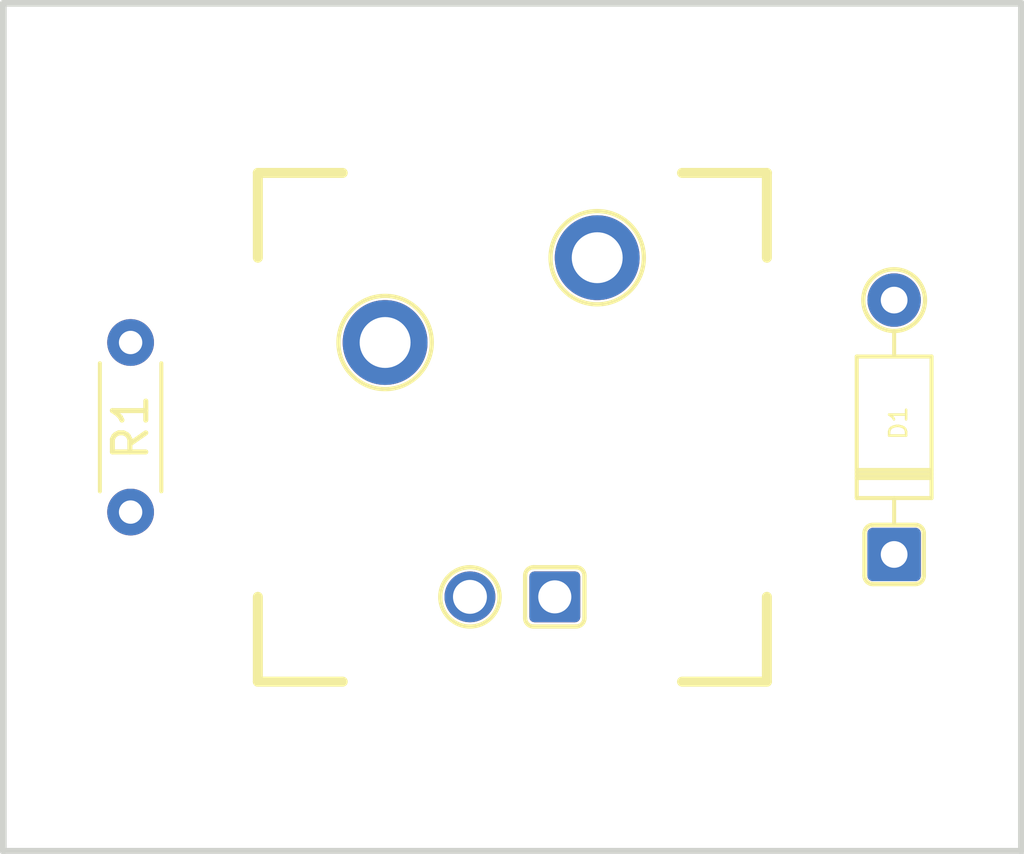
<source format=kicad_pcb>
(kicad_pcb (version 20171130) (host pcbnew 5.0.1)

  (general
    (thickness 1.6)
    (drawings 4)
    (tracks 0)
    (zones 0)
    (modules 4)
    (nets 5)
  )

  (page A4)
  (layers
    (0 F.Cu signal)
    (31 B.Cu signal)
    (32 B.Adhes user)
    (33 F.Adhes user)
    (34 B.Paste user)
    (35 F.Paste user)
    (36 B.SilkS user)
    (37 F.SilkS user)
    (38 B.Mask user)
    (39 F.Mask user)
    (40 Dwgs.User user)
    (41 Cmts.User user)
    (42 Eco1.User user)
    (43 Eco2.User user)
    (44 Edge.Cuts user)
    (45 Margin user)
    (46 B.CrtYd user)
    (47 F.CrtYd user)
    (48 B.Fab user)
    (49 F.Fab user)
  )

  (setup
    (last_trace_width 0.25)
    (trace_clearance 0.2)
    (zone_clearance 0.508)
    (zone_45_only no)
    (trace_min 0.2)
    (segment_width 0.2)
    (edge_width 0.2)
    (via_size 0.8)
    (via_drill 0.4)
    (via_min_size 0.4)
    (via_min_drill 0.3)
    (uvia_size 0.3)
    (uvia_drill 0.1)
    (uvias_allowed no)
    (uvia_min_size 0.2)
    (uvia_min_drill 0.1)
    (pcb_text_width 0.3)
    (pcb_text_size 1.5 1.5)
    (mod_edge_width 0.15)
    (mod_text_size 1 1)
    (mod_text_width 0.15)
    (pad_size 1.524 1.524)
    (pad_drill 0.762)
    (pad_to_mask_clearance 0.051)
    (solder_mask_min_width 0.25)
    (aux_axis_origin 0 0)
    (visible_elements FFFFFF7F)
    (pcbplotparams
      (layerselection 0x010fc_ffffffff)
      (usegerberextensions false)
      (usegerberattributes false)
      (usegerberadvancedattributes false)
      (creategerberjobfile false)
      (excludeedgelayer true)
      (linewidth 0.100000)
      (plotframeref false)
      (viasonmask false)
      (mode 1)
      (useauxorigin false)
      (hpglpennumber 1)
      (hpglpenspeed 20)
      (hpglpendiameter 15.000000)
      (psnegative false)
      (psa4output false)
      (plotreference true)
      (plotvalue true)
      (plotinvisibletext false)
      (padsonsilk false)
      (subtractmaskfromsilk false)
      (outputformat 1)
      (mirror false)
      (drillshape 1)
      (scaleselection 1)
      (outputdirectory ""))
  )

  (net 0 "")
  (net 1 "Net-(D1-Pad1)")
  (net 2 "Net-(D1-Pad2)")
  (net 3 "Net-(LED1-PadA)")
  (net 4 "Net-(LED1-PadK)")

  (net_class Default "This is the default net class."
    (clearance 0.2)
    (trace_width 0.25)
    (via_dia 0.8)
    (via_drill 0.4)
    (uvia_dia 0.3)
    (uvia_drill 0.1)
    (add_net "Net-(D1-Pad1)")
    (add_net "Net-(D1-Pad2)")
    (add_net "Net-(LED1-PadA)")
    (add_net "Net-(LED1-PadK)")
  )

  (module Resistor_THT:R_Axial_DIN0204_L3.6mm_D1.6mm_P5.08mm_Horizontal (layer F.Cu) (tedit 5AE5139B) (tstamp 5C14E28E)
    (at 140.97 86.36 270)
    (descr "Resistor, Axial_DIN0204 series, Axial, Horizontal, pin pitch=5.08mm, 0.167W, length*diameter=3.6*1.6mm^2, http://cdn-reichelt.de/documents/datenblatt/B400/1_4W%23YAG.pdf")
    (tags "Resistor Axial_DIN0204 series Axial Horizontal pin pitch 5.08mm 0.167W length 3.6mm diameter 1.6mm")
    (path /5BFDB5F4)
    (fp_text reference R1 (at 2.54 0 270) (layer F.SilkS)
      (effects (font (size 1 1) (thickness 0.15)))
    )
    (fp_text value 300R (at 2.54 1.92 270) (layer F.Fab)
      (effects (font (size 1 1) (thickness 0.15)))
    )
    (fp_line (start 0.74 -0.8) (end 0.74 0.8) (layer F.Fab) (width 0.1))
    (fp_line (start 0.74 0.8) (end 4.34 0.8) (layer F.Fab) (width 0.1))
    (fp_line (start 4.34 0.8) (end 4.34 -0.8) (layer F.Fab) (width 0.1))
    (fp_line (start 4.34 -0.8) (end 0.74 -0.8) (layer F.Fab) (width 0.1))
    (fp_line (start 0 0) (end 0.74 0) (layer F.Fab) (width 0.1))
    (fp_line (start 5.08 0) (end 4.34 0) (layer F.Fab) (width 0.1))
    (fp_line (start 0.62 -0.92) (end 4.46 -0.92) (layer F.SilkS) (width 0.12))
    (fp_line (start 0.62 0.92) (end 4.46 0.92) (layer F.SilkS) (width 0.12))
    (fp_line (start -0.95 -1.05) (end -0.95 1.05) (layer F.CrtYd) (width 0.05))
    (fp_line (start -0.95 1.05) (end 6.03 1.05) (layer F.CrtYd) (width 0.05))
    (fp_line (start 6.03 1.05) (end 6.03 -1.05) (layer F.CrtYd) (width 0.05))
    (fp_line (start 6.03 -1.05) (end -0.95 -1.05) (layer F.CrtYd) (width 0.05))
    (fp_text user %R (at 2.54 0 270) (layer F.Fab)
      (effects (font (size 0.72 0.72) (thickness 0.108)))
    )
    (pad 1 thru_hole circle (at 0 0 270) (size 1.4 1.4) (drill 0.7) (layers *.Cu *.Mask)
      (net 1 "Net-(D1-Pad1)"))
    (pad 2 thru_hole oval (at 5.08 0 270) (size 1.4 1.4) (drill 0.7) (layers *.Cu *.Mask)
      (net 3 "Net-(LED1-PadA)"))
    (model ${KISYS3DMOD}/Resistor_THT.3dshapes/R_Axial_DIN0204_L3.6mm_D1.6mm_P5.08mm_Horizontal.wrl
      (at (xyz 0 0 0))
      (scale (xyz 1 1 1))
      (rotate (xyz 0 0 0))
    )
  )

  (module Keyboard_switches:MX100 (layer F.Cu) (tedit 5BFDBDE1) (tstamp 5C53F318)
    (at 152.4 88.9)
    (path /5BFDCA5D)
    (fp_text reference SW1 (at 0 -3.81) (layer Cmts.User)
      (effects (font (size 1 1) (thickness 0.15) italic))
    )
    (fp_text value MXSwitch (at 0 6.985) (layer F.Fab)
      (effects (font (size 1 1) (thickness 0.15)))
    )
    (fp_line (start 8.255 -8.255) (end 8.255 8.255) (layer Dwgs.User) (width 0.3))
    (fp_line (start 8.255 8.255) (end -8.255 8.255) (layer Dwgs.User) (width 0.3))
    (fp_line (start -8.255 8.255) (end -8.255 -8.255) (layer Dwgs.User) (width 0.3))
    (fp_line (start -8.255 -8.255) (end 8.255 -8.255) (layer Dwgs.User) (width 0.3))
    (fp_line (start -7.62 -7.62) (end -5.08 -7.62) (layer F.SilkS) (width 0.3))
    (fp_line (start -7.62 -7.62) (end -7.62 -5.08) (layer F.SilkS) (width 0.3))
    (fp_line (start 7.62 -7.62) (end 5.08 -7.62) (layer F.SilkS) (width 0.3))
    (fp_line (start 7.62 -7.62) (end 7.62 -5.08) (layer F.SilkS) (width 0.3))
    (fp_line (start 7.62 7.62) (end 7.62 5.08) (layer F.SilkS) (width 0.3))
    (fp_line (start 7.62 7.62) (end 5.08 7.62) (layer F.SilkS) (width 0.3))
    (fp_line (start -7.62 7.62) (end -7.62 5.08) (layer F.SilkS) (width 0.3))
    (fp_line (start -7.62 7.62) (end -5.08 7.62) (layer F.SilkS) (width 0.3))
    (fp_line (start -0.254 4.826) (end -0.254 5.334) (layer Cmts.User) (width 0.0508))
    (fp_line (start -0.254 5.334) (end 0.254 5.08) (layer Cmts.User) (width 0.0508))
    (fp_line (start 0.254 5.08) (end -0.254 4.826) (layer Cmts.User) (width 0.0508))
    (fp_line (start 0.254 4.826) (end 0.254 5.334) (layer Cmts.User) (width 0.0508))
    (fp_circle (center -1.27 5.08) (end -0.35419 5.08) (layer F.CrtYd) (width 0.0254))
    (fp_line (start 0.508 4.318) (end 2.032 4.318) (layer F.CrtYd) (width 0.0254))
    (fp_line (start 2.032 4.318) (end 2.032 5.842) (layer F.CrtYd) (width 0.0254))
    (fp_line (start 2.032 5.842) (end 0.508 5.842) (layer F.CrtYd) (width 0.0254))
    (fp_line (start 0.508 5.842) (end 0.508 4.318) (layer F.CrtYd) (width 0.0254))
    (fp_circle (center -3.81 -2.54) (end -2.413 -2.54) (layer F.SilkS) (width 0.127))
    (fp_circle (center 2.54 -5.08) (end 3.937 -5.08) (layer F.SilkS) (width 0.127))
    (pad "" np_thru_hole circle (at 0 0) (size 3.9878 3.9878) (drill 3.9878) (layers *.Cu *.Mask))
    (pad 1 thru_hole circle (at -3.81 -2.54) (size 2.54 2.54) (drill 1.524) (layers *.Cu *.Mask)
      (net 4 "Net-(LED1-PadK)"))
    (pad 2 thru_hole circle (at 2.54 -5.08) (size 2.54 2.54) (drill 1.524) (layers *.Cu *.Mask)
      (net 2 "Net-(D1-Pad2)"))
    (pad "" np_thru_hole circle (at 5.08 0) (size 1.7018 1.7018) (drill 1.7018) (layers *.Cu *.Mask))
    (pad "" np_thru_hole circle (at -5.08 0) (size 1.7018 1.7018) (drill 1.7018) (layers *.Cu *.Mask))
  )

  (module Keyboard_switches:thtLED (layer F.Cu) (tedit 5BFDBABE) (tstamp 5C53F349)
    (at 152.4 93.98)
    (path /5BFDB75A)
    (fp_text reference LED1 (at 0 -1.27) (layer Cmts.User)
      (effects (font (size 1 1) (thickness 0.15) italic))
    )
    (fp_text value Red (at 0 1.905) (layer F.Fab)
      (effects (font (size 1 1) (thickness 0.15)))
    )
    (fp_line (start -0.254 -0.254) (end -0.254 0.254) (layer Cmts.User) (width 0.0508))
    (fp_line (start -0.254 0.254) (end 0.254 0) (layer Cmts.User) (width 0.0508))
    (fp_line (start 0.254 0) (end -0.254 -0.254) (layer Cmts.User) (width 0.0508))
    (fp_line (start 0.254 -0.254) (end 0.254 0.254) (layer Cmts.User) (width 0.0508))
    (fp_circle (center -1.27 0) (end -0.381 0) (layer F.SilkS) (width 0.127))
    (fp_line (start 0.635 -0.889) (end 1.905 -0.889) (layer F.SilkS) (width 0.127))
    (fp_arc (start 1.905 -0.635) (end 2.159 -0.635) (angle -90) (layer F.SilkS) (width 0.127))
    (fp_arc (start 1.905 0.635) (end 1.905 0.889) (angle -90) (layer F.SilkS) (width 0.127))
    (fp_line (start 2.159 -0.635) (end 2.159 0.635) (layer F.SilkS) (width 0.127))
    (fp_arc (start 0.635 0.635) (end 0.381 0.635) (angle -90) (layer F.SilkS) (width 0.127))
    (fp_line (start 1.905 0.889) (end 0.635 0.889) (layer F.SilkS) (width 0.127))
    (fp_arc (start 0.635 -0.635) (end 0.635 -0.889) (angle -90) (layer F.SilkS) (width 0.127))
    (fp_line (start 0.381 0.635) (end 0.381 -0.635) (layer F.SilkS) (width 0.127))
    (pad A thru_hole circle (at -1.27 0) (size 1.524 1.524) (drill 1.016) (layers *.Cu *.Mask)
      (net 3 "Net-(LED1-PadA)"))
    (pad K thru_hole roundrect (at 1.27 0) (size 1.524 1.524) (drill 0.9906) (layers *.Cu *.Mask) (roundrect_rratio 0.1)
      (net 4 "Net-(LED1-PadK)"))
  )

  (module Keyboard_switches:thtDiode (layer F.Cu) (tedit 5BFDC8CC) (tstamp 5C5E8C7D)
    (at 163.83 92.71 90)
    (descr "Diode, DO-35_SOD27 series, Axial, Horizontal, pin pitch=7.62mm, , length*diameter=4*2mm^2, , http://www.diodes.com/_files/packages/DO-35.pdf")
    (tags "Diode DO-35_SOD27 series Axial Horizontal pin pitch 7.62mm  length 4mm diameter 2mm")
    (path /5BFDAC26)
    (fp_text reference D1 (at 3.937 0.127 90) (layer F.SilkS)
      (effects (font (size 0.508 0.508) (thickness 0.0762)))
    )
    (fp_text value 1N4148 (at 3.81 2.12 90) (layer F.Fab)
      (effects (font (size 1 1) (thickness 0.15)))
    )
    (fp_line (start 1.81 -1) (end 1.81 1) (layer F.Fab) (width 0.1))
    (fp_line (start 1.81 1) (end 5.81 1) (layer F.Fab) (width 0.1))
    (fp_line (start 5.81 1) (end 5.81 -1) (layer F.Fab) (width 0.1))
    (fp_line (start 5.81 -1) (end 1.81 -1) (layer F.Fab) (width 0.1))
    (fp_line (start 0 0) (end 1.81 0) (layer F.Fab) (width 0.1))
    (fp_line (start 7.62 0) (end 5.81 0) (layer F.Fab) (width 0.1))
    (fp_line (start 2.41 -1) (end 2.41 1) (layer F.Fab) (width 0.1))
    (fp_line (start 2.51 -1) (end 2.51 1) (layer F.Fab) (width 0.1))
    (fp_line (start 2.31 -1) (end 2.31 1) (layer F.Fab) (width 0.1))
    (fp_line (start 1.69 -1.12) (end 1.69 1.12) (layer F.SilkS) (width 0.12))
    (fp_line (start 1.69 1.12) (end 5.93 1.12) (layer F.SilkS) (width 0.12))
    (fp_line (start 5.93 1.12) (end 5.93 -1.12) (layer F.SilkS) (width 0.12))
    (fp_line (start 5.93 -1.12) (end 1.69 -1.12) (layer F.SilkS) (width 0.12))
    (fp_line (start 0.889 0) (end 1.69 0) (layer F.SilkS) (width 0.12))
    (fp_line (start 6.6802 0) (end 5.969 0) (layer F.SilkS) (width 0.12))
    (fp_line (start 2.41 -1.12) (end 2.41 1.12) (layer F.SilkS) (width 0.12))
    (fp_line (start 2.53 -1.12) (end 2.53 1.12) (layer F.SilkS) (width 0.12))
    (fp_line (start 2.29 -1.12) (end 2.29 1.12) (layer F.SilkS) (width 0.12))
    (fp_line (start -1.05 -1.25) (end -1.05 1.25) (layer F.CrtYd) (width 0.05))
    (fp_line (start -1.05 1.25) (end 8.67 1.25) (layer F.CrtYd) (width 0.05))
    (fp_line (start 8.67 1.25) (end 8.67 -1.25) (layer F.CrtYd) (width 0.05))
    (fp_line (start 8.67 -1.25) (end -1.05 -1.25) (layer F.CrtYd) (width 0.05))
    (fp_arc (start -0.635 -0.635) (end -0.635 -0.889) (angle -90) (layer F.SilkS) (width 0.127))
    (fp_line (start -0.635 -0.889) (end 0.635 -0.889) (layer F.SilkS) (width 0.127))
    (fp_arc (start 0.635 -0.635) (end 0.889 -0.635) (angle -90) (layer F.SilkS) (width 0.127))
    (fp_line (start 0.889 -0.635) (end 0.889 0.635) (layer F.SilkS) (width 0.127))
    (fp_line (start 0.635 0.889) (end -0.635 0.889) (layer F.SilkS) (width 0.127))
    (fp_arc (start 0.635 0.635) (end 0.635 0.889) (angle -90) (layer F.SilkS) (width 0.127))
    (fp_line (start -0.889 0.635) (end -0.889 -0.635) (layer F.SilkS) (width 0.127))
    (fp_arc (start -0.635 0.635) (end -0.889 0.635) (angle -90) (layer F.SilkS) (width 0.127))
    (fp_circle (center 7.62 0) (end 8.509 0.254) (layer F.SilkS) (width 0.127))
    (pad 1 thru_hole roundrect (at 0 0 90) (size 1.6 1.6) (drill 0.8) (layers *.Cu *.Mask) (roundrect_rratio 0.1)
      (net 1 "Net-(D1-Pad1)"))
    (pad 2 thru_hole oval (at 7.62 0 90) (size 1.6 1.6) (drill 0.8) (layers *.Cu *.Mask)
      (net 2 "Net-(D1-Pad2)"))
    (model ${KISYS3DMOD}/Diode_THT.3dshapes/D_DO-35_SOD27_P7.62mm_Horizontal.wrl
      (at (xyz 0 0 0))
      (scale (xyz 1 1 1))
      (rotate (xyz 0 0 0))
    )
  )

  (gr_line (start 167.64 76.2) (end 137.16 76.2) (layer Edge.Cuts) (width 0.2))
  (gr_line (start 167.64 101.6) (end 167.64 76.2) (layer Edge.Cuts) (width 0.2))
  (gr_line (start 137.16 101.6) (end 167.64 101.6) (layer Edge.Cuts) (width 0.2))
  (gr_line (start 137.16 76.2) (end 137.16 101.6) (layer Edge.Cuts) (width 0.2))

)

</source>
